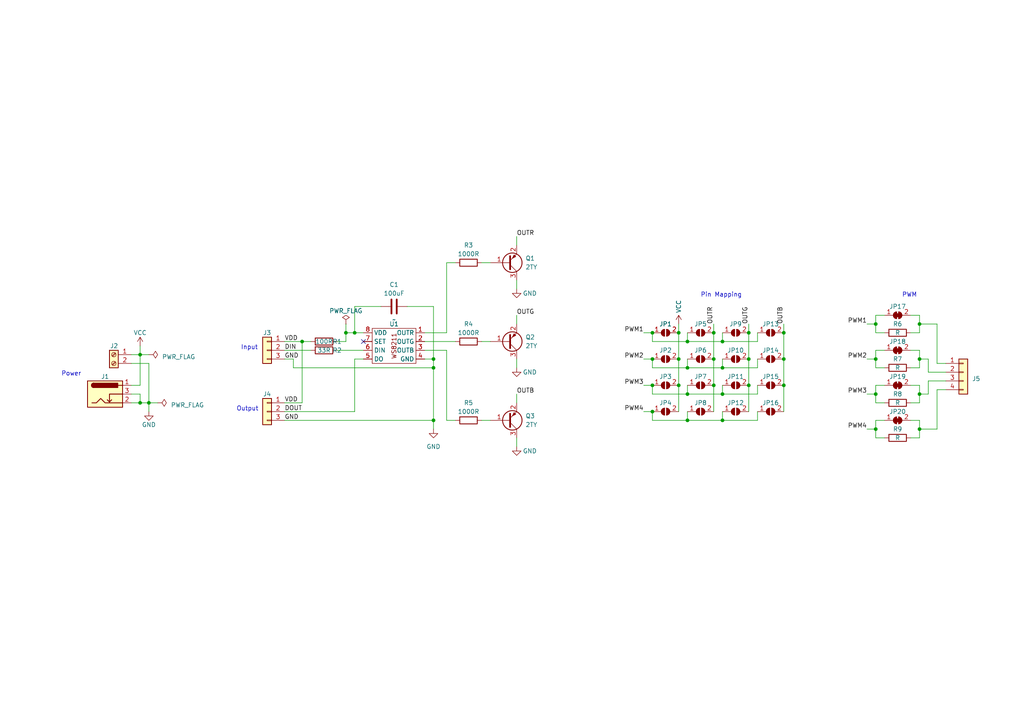
<source format=kicad_sch>
(kicad_sch (version 20221206) (generator eeschema)
  (paper "A4")
  (lib_symbols
    (symbol "Connector:Barrel_Jack_Switch" (pin_names hide)
      (property "Reference" "J" (at 0 5.334 0))
      (property "Value" "Barrel_Jack_Switch" (at 0 -5.08 0))
      (symbol "Barrel_Jack_Switch_0_1"
        (rectangle (start -5.08 3.81) (end 5.08 -3.81) (stroke (width 0.254)) (fill (type background)))
        (arc (start -3.302 3.175) (mid -3.9343 2.54) (end -3.302 1.905) (stroke (width 0.254)))
        (arc (start -3.302 3.175) (mid -3.9343 2.54) (end -3.302 1.905) (stroke (width 0.254)) (fill (type outline)))
        (polyline (pts (xy 1.27 -2.286) (xy 1.905 -1.651)) (stroke (width 0.254)))
        (polyline (pts (xy 5.08 2.54) (xy 3.81 2.54)) (stroke (width 0.254)))
        (polyline (pts (xy 5.08 0) (xy 1.27 0) (xy 1.27 -2.286) (xy 0.635 -1.651)) (stroke (width 0.254)))
        (polyline (pts (xy -3.81 -2.54) (xy -2.54 -2.54) (xy -1.27 -1.27) (xy 0 -2.54) (xy 2.54 -2.54) (xy 5.08 -2.54)) (stroke (width 0.254)))
        (rectangle (start 3.683 3.175) (end -3.302 1.905) (stroke (width 0.254)) (fill (type outline)))
      )
      (symbol "Barrel_Jack_Switch_1_1"
        (pin passive line (at 7.62 2.54 180) (length 2.54) (name "~") (number "1"))
        (pin passive line (at 7.62 -2.54 180) (length 2.54) (name "~") (number "2"))
        (pin passive line (at 7.62 0 180) (length 2.54) (name "~") (number "3"))
      )
    )
    (symbol "Connector:Screw_Terminal_01x02" (pin_names (offset 1.016) hide)
      (property "Reference" "J" (at 0 2.54 0))
      (property "Value" "Screw_Terminal_01x02" (at 0 -5.08 0))
      (symbol "Screw_Terminal_01x02_1_1"
        (rectangle (start -1.27 1.27) (end 1.27 -3.81) (stroke (width 0.254)) (fill (type background)))
        (circle (center 0 -2.54) (radius 0.635) (stroke (width 0.1524)))
        (polyline (pts (xy -0.5334 -2.2098) (xy 0.3302 -3.048)) (stroke (width 0.1524)))
        (polyline (pts (xy -0.5334 0.3302) (xy 0.3302 -0.508)) (stroke (width 0.1524)))
        (polyline (pts (xy -0.3556 -2.032) (xy 0.508 -2.8702)) (stroke (width 0.1524)))
        (polyline (pts (xy -0.3556 0.508) (xy 0.508 -0.3302)) (stroke (width 0.1524)))
        (circle (center 0 0) (radius 0.635) (stroke (width 0.1524)))
        (pin passive line (at -5.08 0 0) (length 3.81) (name "Pin_1") (number "1"))
        (pin passive line (at -5.08 -2.54 0) (length 3.81) (name "Pin_2") (number "2"))
      )
    )
    (symbol "Connector_Generic:Conn_01x03" (pin_names (offset 1.016) hide)
      (property "Reference" "J" (at 0 5.08 0))
      (property "Value" "Conn_01x03" (at 0 -5.08 0))
      (symbol "Conn_01x03_1_1"
        (rectangle (start -1.27 -2.413) (end 0 -2.667) (stroke (width 0.1524)))
        (rectangle (start -1.27 0.127) (end 0 -0.127) (stroke (width 0.1524)))
        (rectangle (start -1.27 2.667) (end 0 2.413) (stroke (width 0.1524)))
        (rectangle (start -1.27 3.81) (end 1.27 -3.81) (stroke (width 0.254)) (fill (type background)))
        (pin passive line (at -5.08 2.54 0) (length 3.81) (name "Pin_1") (number "1"))
        (pin passive line (at -5.08 0 0) (length 3.81) (name "Pin_2") (number "2"))
        (pin passive line (at -5.08 -2.54 0) (length 3.81) (name "Pin_3") (number "3"))
      )
    )
    (symbol "Connector_Generic:Conn_01x04" (pin_names (offset 1.016) hide)
      (property "Reference" "J" (at 0 5.08 0))
      (property "Value" "Conn_01x04" (at 0 -7.62 0))
      (symbol "Conn_01x04_1_1"
        (rectangle (start -1.27 -4.953) (end 0 -5.207) (stroke (width 0.1524)))
        (rectangle (start -1.27 -2.413) (end 0 -2.667) (stroke (width 0.1524)))
        (rectangle (start -1.27 0.127) (end 0 -0.127) (stroke (width 0.1524)))
        (rectangle (start -1.27 2.667) (end 0 2.413) (stroke (width 0.1524)))
        (rectangle (start -1.27 3.81) (end 1.27 -6.35) (stroke (width 0.254)) (fill (type background)))
        (pin passive line (at -5.08 2.54 0) (length 3.81) (name "Pin_1") (number "1"))
        (pin passive line (at -5.08 0 0) (length 3.81) (name "Pin_2") (number "2"))
        (pin passive line (at -5.08 -2.54 0) (length 3.81) (name "Pin_3") (number "3"))
        (pin passive line (at -5.08 -5.08 0) (length 3.81) (name "Pin_4") (number "4"))
      )
    )
    (symbol "Custom:2TY" (pin_names (offset 0) hide)
      (property "Reference" "Q3" (at 5.08 -0.635 0))
      (property "Value" "2TY" (at 5.08 1.905 0))
      (symbol "2TY_0_1"
        (polyline (pts (xy 0 0) (xy 0.635 0)))
        (polyline (pts (xy 2.54 -2.54) (xy 0.635 -0.635)))
        (polyline (pts (xy 2.54 2.54) (xy 0.635 0.635)))
        (polyline (pts (xy 0.635 1.905) (xy 0.635 -1.905) (xy 0.635 -1.905)) (stroke (width 0.508)) (fill (type outline)))
        (polyline (pts (xy 1.778 -2.286) (xy 2.286 -1.778) (xy 1.27 -1.27) (xy 1.778 -2.286) (xy 1.778 -2.286)) (fill (type outline)))
        (circle (center 1.27 0) (radius 2.8194) (stroke (width 0.254)))
      )
      (symbol "2TY_1_1"
        (pin input line (at -5.08 0 0) (length 5.08) (name "B") (number "1"))
        (pin passive line (at 2.54 -5.08 90) (length 2.54) (name "E") (number "2"))
        (pin passive line (at 2.54 5.08 270) (length 2.54) (name "C") (number "3"))
      )
    )
    (symbol "Custom:WS8211"
      (property "Reference" "U" (at 0 0 0))
      (symbol "WS8211_0_1"
        (rectangle (start -6.35 -2.54) (end 6.35 -12.7))
        (text "WS8211" (at 0 -7.62 900) (effects (font (size 1.27 1.27))))
      )
      (symbol "WS8211_1_1"
        (pin output line (at -8.89 -3.81 0) (length 2.54) (name "OUTR") (number "1"))
        (pin output line (at -8.89 -6.35 0) (length 2.54) (name "OUTG") (number "2"))
        (pin output line (at -8.89 -8.89 0) (length 2.54) (name "OUTB") (number "3"))
        (pin power_in line (at -8.89 -11.43 0) (length 2.54) (name "GND") (number "4"))
        (pin output line (at 8.89 -11.43 180) (length 2.54) (name "DO") (number "5"))
        (pin input line (at 8.89 -8.89 180) (length 2.54) (name "DIN") (number "6"))
        (pin input line (at 8.89 -6.35 180) (length 2.54) (name "SET") (number "7"))
        (pin power_in line (at 8.89 -3.81 180) (length 2.54) (name "VDD") (number "8"))
      )
    )
    (symbol "Device:C" (pin_numbers hide) (pin_names (offset 0.254))
      (property "Reference" "C" (at 0.635 2.54 0))
      (property "Value" "C" (at 0.635 -2.54 0))
      (symbol "C_0_1"
        (polyline (pts (xy -2.032 -0.762) (xy 2.032 -0.762)) (stroke (width 0.508)))
        (polyline (pts (xy -2.032 0.762) (xy 2.032 0.762)) (stroke (width 0.508)))
      )
      (symbol "C_1_1"
        (pin passive line (at 0 3.81 270) (length 2.794) (name "~") (number "1"))
        (pin passive line (at 0 -3.81 90) (length 2.794) (name "~") (number "2"))
      )
    )
    (symbol "Device:R" (pin_numbers hide) (pin_names (offset 0))
      (property "Reference" "R" (at 2.032 0 90))
      (property "Value" "R" (at 0 0 90))
      (symbol "R_0_1"
        (rectangle (start -1.016 -2.54) (end 1.016 2.54) (stroke (width 0.254)))
      )
      (symbol "R_1_1"
        (pin passive line (at 0 3.81 270) (length 1.27) (name "~") (number "1"))
        (pin passive line (at 0 -3.81 90) (length 1.27) (name "~") (number "2"))
      )
    )
    (symbol "Jumper:SolderJumper_2_Bridged" (pin_names (offset 0) hide)
      (property "Reference" "JP" (at 0 2.032 0))
      (property "Value" "SolderJumper_2_Bridged" (at 0 -2.54 0))
      (symbol "SolderJumper_2_Bridged_0_1"
        (rectangle (start -0.508 0.508) (end 0.508 -0.508) (fill (type outline)))
        (arc (start -0.254 1.016) (mid -1.2656 0) (end -0.254 -1.016))
        (arc (start -0.254 1.016) (mid -1.2656 0) (end -0.254 -1.016) (fill (type outline)))
        (polyline (pts (xy -0.254 1.016) (xy -0.254 -1.016)))
        (polyline (pts (xy 0.254 1.016) (xy 0.254 -1.016)))
        (arc (start 0.254 -1.016) (mid 1.2656 0) (end 0.254 1.016))
        (arc (start 0.254 -1.016) (mid 1.2656 0) (end 0.254 1.016) (fill (type outline)))
      )
      (symbol "SolderJumper_2_Bridged_1_1"
        (pin passive line (at -3.81 0 0) (length 2.54) (name "A") (number "1"))
        (pin passive line (at 3.81 0 180) (length 2.54) (name "B") (number "2"))
      )
    )
    (symbol "Jumper:SolderJumper_2_Open" (pin_names (offset 0) hide)
      (property "Reference" "JP" (at 0 2.032 0))
      (property "Value" "SolderJumper_2_Open" (at 0 -2.54 0))
      (symbol "SolderJumper_2_Open_0_1"
        (arc (start -0.254 1.016) (mid -1.2656 0) (end -0.254 -1.016))
        (arc (start -0.254 1.016) (mid -1.2656 0) (end -0.254 -1.016) (fill (type outline)))
        (polyline (pts (xy -0.254 1.016) (xy -0.254 -1.016)))
        (polyline (pts (xy 0.254 1.016) (xy 0.254 -1.016)))
        (arc (start 0.254 -1.016) (mid 1.2656 0) (end 0.254 1.016))
        (arc (start 0.254 -1.016) (mid 1.2656 0) (end 0.254 1.016) (fill (type outline)))
      )
      (symbol "SolderJumper_2_Open_1_1"
        (pin passive line (at -3.81 0 0) (length 2.54) (name "A") (number "1"))
        (pin passive line (at 3.81 0 180) (length 2.54) (name "B") (number "2"))
      )
    )
    (symbol "power:GND" (power) (pin_names (offset 0))
      (property "Value" "GND" (at 0 -3.81 0))
      (symbol "GND_0_1"
        (polyline (pts (xy 0 0) (xy 0 -1.27) (xy 1.27 -1.27) (xy 0 -2.54) (xy -1.27 -1.27) (xy 0 -1.27)))
      )
      (symbol "GND_1_1"
        (pin power_in line (at 0 0 270) (length 0) hide (name "GND") (number "1"))
      )
    )
    (symbol "power:PWR_FLAG" (power) (pin_numbers hide) (pin_names (offset 0) hide)
      (property "Value" "PWR_FLAG" (at 0 3.81 0))
      (symbol "PWR_FLAG_0_0"
        (pin power_out line (at 0 0 90) (length 0) (name "pwr") (number "1"))
      )
      (symbol "PWR_FLAG_0_1"
        (polyline (pts (xy 0 0) (xy 0 1.27) (xy -1.016 1.905) (xy 0 2.54) (xy 1.016 1.905) (xy 0 1.27)))
      )
    )
    (symbol "power:VCC" (power) (pin_names (offset 0))
      (property "Value" "VCC" (at 0 3.81 0))
      (symbol "VCC_0_1"
        (polyline (pts (xy -0.762 1.27) (xy 0 2.54)))
        (polyline (pts (xy 0 0) (xy 0 2.54)))
        (polyline (pts (xy 0 2.54) (xy 0.762 1.27)))
      )
      (symbol "VCC_1_1"
        (pin power_in line (at 0 0 90) (length 0) hide (name "VCC") (number "1"))
      )
    )
  )
  (junction (at 189.23 104.14))
  (junction (at 254 104.14))
  (junction (at 199.39 99.06))
  (junction (at 266.7 93.98))
  (junction (at 209.55 106.68))
  (junction (at 100.33 96.52))
  (junction (at 40.64 116.84))
  (junction (at 196.85 104.14))
  (junction (at 196.85 111.76))
  (junction (at 266.7 104.14))
  (junction (at 227.33 96.52))
  (junction (at 199.39 121.92))
  (junction (at 87.63 99.06))
  (junction (at 209.55 121.92))
  (junction (at 125.73 121.92))
  (junction (at 102.87 96.52))
  (junction (at 207.01 111.76))
  (junction (at 266.7 124.46))
  (junction (at 196.85 96.52))
  (junction (at 217.17 104.14))
  (junction (at 207.01 96.52))
  (junction (at 199.39 106.68))
  (junction (at 125.73 104.14))
  (junction (at 254 93.98))
  (junction (at 217.17 96.52))
  (junction (at 125.73 106.68))
  (junction (at 254 114.3))
  (junction (at 227.33 111.76))
  (junction (at 254 124.46))
  (junction (at 227.33 104.14))
  (junction (at 209.55 114.3))
  (junction (at 199.39 114.3))
  (junction (at 40.64 102.87))
  (junction (at 189.23 96.52))
  (junction (at 207.01 104.14))
  (junction (at 217.17 111.76))
  (junction (at 189.23 119.38))
  (junction (at 266.7 114.3))
  (junction (at 189.23 111.76))
  (junction (at 209.55 99.06))
  (junction (at 43.18 116.84))
  (no_connect (at 105.41 99.06))
  (wire (pts (xy 100.33 99.06) (xy 100.33 96.52)))
  (wire (pts (xy 251.46 124.46) (xy 254 124.46)))
  (wire (pts (xy 196.85 96.52) (xy 196.85 104.14)))
  (wire (pts (xy 254 111.76) (xy 254 114.3)))
  (wire (pts (xy 199.39 119.38) (xy 199.39 121.92)))
  (wire (pts (xy 219.71 106.68) (xy 219.71 104.14)))
  (wire (pts (xy 125.73 104.14) (xy 123.19 104.14)))
  (wire (pts (xy 87.63 99.06) (xy 87.63 116.84)))
  (wire (pts (xy 125.73 124.46) (xy 125.73 121.92)))
  (wire (pts (xy 125.73 121.92) (xy 125.73 106.68)))
  (wire (pts (xy 90.17 101.6) (xy 82.55 101.6)))
  (wire (pts (xy 199.39 99.06) (xy 209.55 99.06)))
  (wire (pts (xy 43.18 102.87) (xy 40.64 102.87)))
  (wire (pts (xy 82.55 99.06) (xy 87.63 99.06)))
  (wire (pts (xy 87.63 116.84) (xy 82.55 116.84)))
  (wire (pts (xy 149.86 114.3) (xy 149.86 116.84)))
  (wire (pts (xy 217.17 96.52) (xy 217.17 104.14)))
  (wire (pts (xy 264.16 106.68) (xy 266.7 106.68)))
  (wire (pts (xy 87.63 99.06) (xy 90.17 99.06)))
  (wire (pts (xy 40.64 111.76) (xy 40.64 102.87)))
  (wire (pts (xy 189.23 114.3) (xy 199.39 114.3)))
  (wire (pts (xy 82.55 121.92) (xy 125.73 121.92)))
  (wire (pts (xy 264.16 101.6) (xy 266.7 101.6)))
  (wire (pts (xy 254 104.14) (xy 254 106.68)))
  (wire (pts (xy 196.85 111.76) (xy 196.85 119.38)))
  (wire (pts (xy 251.46 114.3) (xy 254 114.3)))
  (wire (pts (xy 264.16 121.92) (xy 266.7 121.92)))
  (wire (pts (xy 186.69 96.52) (xy 189.23 96.52)))
  (wire (pts (xy 139.7 99.06) (xy 142.24 99.06)))
  (wire (pts (xy 38.1 111.76) (xy 40.64 111.76)))
  (wire (pts (xy 45.72 116.84) (xy 43.18 116.84)))
  (wire (pts (xy 264.16 111.76) (xy 266.7 111.76)))
  (wire (pts (xy 254 121.92) (xy 254 124.46)))
  (wire (pts (xy 186.69 111.76) (xy 189.23 111.76)))
  (wire (pts (xy 266.7 124.46) (xy 266.7 121.92)))
  (wire (pts (xy 266.7 106.68) (xy 266.7 104.14)))
  (wire (pts (xy 254 96.52) (xy 256.54 96.52)))
  (wire (pts (xy 85.09 106.68) (xy 125.73 106.68)))
  (wire (pts (xy 207.01 111.76) (xy 207.01 119.38)))
  (wire (pts (xy 256.54 111.76) (xy 254 111.76)))
  (wire (pts (xy 256.54 121.92) (xy 254 121.92)))
  (wire (pts (xy 102.87 119.38) (xy 82.55 119.38)))
  (wire (pts (xy 189.23 121.92) (xy 199.39 121.92)))
  (wire (pts (xy 40.64 100.33) (xy 40.64 102.87)))
  (wire (pts (xy 264.16 127) (xy 266.7 127)))
  (wire (pts (xy 266.7 93.98) (xy 271.78 93.98)))
  (wire (pts (xy 125.73 88.9) (xy 125.73 104.14)))
  (wire (pts (xy 209.55 106.68) (xy 209.55 104.14)))
  (wire (pts (xy 251.46 93.98) (xy 254 93.98)))
  (wire (pts (xy 199.39 121.92) (xy 209.55 121.92)))
  (wire (pts (xy 40.64 102.87) (xy 38.1 102.87)))
  (wire (pts (xy 227.33 111.76) (xy 227.33 119.38)))
  (wire (pts (xy 269.24 104.14) (xy 269.24 107.95)))
  (wire (pts (xy 266.7 114.3) (xy 269.24 114.3)))
  (wire (pts (xy 219.71 99.06) (xy 219.71 96.52)))
  (wire (pts (xy 40.64 116.84) (xy 43.18 116.84)))
  (wire (pts (xy 105.41 104.14) (xy 102.87 104.14)))
  (wire (pts (xy 209.55 121.92) (xy 209.55 119.38)))
  (wire (pts (xy 110.49 88.9) (xy 102.87 88.9)))
  (wire (pts (xy 264.16 116.84) (xy 266.7 116.84)))
  (wire (pts (xy 149.86 127) (xy 149.86 129.54)))
  (wire (pts (xy 254 114.3) (xy 254 116.84)))
  (wire (pts (xy 186.69 119.38) (xy 189.23 119.38)))
  (wire (pts (xy 125.73 106.68) (xy 125.73 104.14)))
  (wire (pts (xy 254 116.84) (xy 256.54 116.84)))
  (wire (pts (xy 209.55 99.06) (xy 219.71 99.06)))
  (wire (pts (xy 123.19 101.6) (xy 129.54 101.6)))
  (wire (pts (xy 199.39 114.3) (xy 209.55 114.3)))
  (wire (pts (xy 129.54 96.52) (xy 129.54 76.2)))
  (wire (pts (xy 129.54 121.92) (xy 132.08 121.92)))
  (wire (pts (xy 207.01 104.14) (xy 207.01 111.76)))
  (wire (pts (xy 40.64 114.3) (xy 40.64 116.84)))
  (wire (pts (xy 266.7 93.98) (xy 266.7 91.44)))
  (wire (pts (xy 196.85 104.14) (xy 196.85 111.76)))
  (wire (pts (xy 264.16 91.44) (xy 266.7 91.44)))
  (wire (pts (xy 123.19 96.52) (xy 129.54 96.52)))
  (wire (pts (xy 38.1 114.3) (xy 40.64 114.3)))
  (wire (pts (xy 227.33 104.14) (xy 227.33 111.76)))
  (wire (pts (xy 149.86 91.44) (xy 149.86 93.98)))
  (wire (pts (xy 209.55 106.68) (xy 219.71 106.68)))
  (wire (pts (xy 149.86 68.58) (xy 149.86 71.12)))
  (wire (pts (xy 207.01 93.98) (xy 207.01 96.52)))
  (wire (pts (xy 254 106.68) (xy 256.54 106.68)))
  (wire (pts (xy 271.78 105.41) (xy 271.78 93.98)))
  (wire (pts (xy 82.55 104.14) (xy 85.09 104.14)))
  (wire (pts (xy 189.23 104.14) (xy 189.23 106.68)))
  (wire (pts (xy 199.39 99.06) (xy 199.39 96.52)))
  (wire (pts (xy 209.55 121.92) (xy 219.71 121.92)))
  (wire (pts (xy 256.54 91.44) (xy 254 91.44)))
  (wire (pts (xy 43.18 105.41) (xy 43.18 116.84)))
  (wire (pts (xy 254 124.46) (xy 254 127)))
  (wire (pts (xy 254 101.6) (xy 254 104.14)))
  (wire (pts (xy 102.87 88.9) (xy 102.87 96.52)))
  (wire (pts (xy 274.32 110.49) (xy 269.24 110.49)))
  (wire (pts (xy 189.23 96.52) (xy 189.23 99.06)))
  (wire (pts (xy 100.33 93.98) (xy 100.33 96.52)))
  (wire (pts (xy 102.87 104.14) (xy 102.87 119.38)))
  (wire (pts (xy 209.55 114.3) (xy 219.71 114.3)))
  (wire (pts (xy 217.17 104.14) (xy 217.17 111.76)))
  (wire (pts (xy 209.55 99.06) (xy 209.55 96.52)))
  (wire (pts (xy 266.7 104.14) (xy 269.24 104.14)))
  (wire (pts (xy 274.32 107.95) (xy 269.24 107.95)))
  (wire (pts (xy 251.46 104.14) (xy 254 104.14)))
  (wire (pts (xy 85.09 104.14) (xy 85.09 106.68)))
  (wire (pts (xy 38.1 116.84) (xy 40.64 116.84)))
  (wire (pts (xy 217.17 111.76) (xy 217.17 119.38)))
  (wire (pts (xy 254 91.44) (xy 254 93.98)))
  (wire (pts (xy 256.54 101.6) (xy 254 101.6)))
  (wire (pts (xy 38.1 105.41) (xy 43.18 105.41)))
  (wire (pts (xy 271.78 105.41) (xy 274.32 105.41)))
  (wire (pts (xy 266.7 124.46) (xy 271.78 124.46)))
  (wire (pts (xy 266.7 114.3) (xy 266.7 111.76)))
  (wire (pts (xy 266.7 96.52) (xy 266.7 93.98)))
  (wire (pts (xy 254 93.98) (xy 254 96.52)))
  (wire (pts (xy 217.17 93.98) (xy 217.17 96.52)))
  (wire (pts (xy 219.71 121.92) (xy 219.71 119.38)))
  (wire (pts (xy 149.86 104.14) (xy 149.86 106.68)))
  (wire (pts (xy 118.11 88.9) (xy 125.73 88.9)))
  (wire (pts (xy 129.54 101.6) (xy 129.54 121.92)))
  (wire (pts (xy 227.33 93.98) (xy 227.33 96.52)))
  (wire (pts (xy 100.33 96.52) (xy 102.87 96.52)))
  (wire (pts (xy 219.71 114.3) (xy 219.71 111.76)))
  (wire (pts (xy 189.23 106.68) (xy 199.39 106.68)))
  (wire (pts (xy 149.86 81.28) (xy 149.86 83.82)))
  (wire (pts (xy 186.69 104.14) (xy 189.23 104.14)))
  (wire (pts (xy 271.78 113.03) (xy 274.32 113.03)))
  (wire (pts (xy 189.23 119.38) (xy 189.23 121.92)))
  (wire (pts (xy 123.19 99.06) (xy 132.08 99.06)))
  (wire (pts (xy 199.39 106.68) (xy 199.39 104.14)))
  (wire (pts (xy 100.33 99.06) (xy 97.79 99.06)))
  (wire (pts (xy 199.39 114.3) (xy 199.39 111.76)))
  (wire (pts (xy 189.23 111.76) (xy 189.23 114.3)))
  (wire (pts (xy 266.7 116.84) (xy 266.7 114.3)))
  (wire (pts (xy 269.24 110.49) (xy 269.24 114.3)))
  (wire (pts (xy 196.85 93.98) (xy 196.85 96.52)))
  (wire (pts (xy 207.01 96.52) (xy 207.01 104.14)))
  (wire (pts (xy 129.54 76.2) (xy 132.08 76.2)))
  (wire (pts (xy 266.7 104.14) (xy 266.7 101.6)))
  (wire (pts (xy 189.23 99.06) (xy 199.39 99.06)))
  (wire (pts (xy 199.39 106.68) (xy 209.55 106.68)))
  (wire (pts (xy 266.7 127) (xy 266.7 124.46)))
  (wire (pts (xy 102.87 96.52) (xy 105.41 96.52)))
  (wire (pts (xy 264.16 96.52) (xy 266.7 96.52)))
  (wire (pts (xy 227.33 96.52) (xy 227.33 104.14)))
  (wire (pts (xy 97.79 101.6) (xy 105.41 101.6)))
  (wire (pts (xy 209.55 114.3) (xy 209.55 111.76)))
  (wire (pts (xy 43.18 119.38) (xy 43.18 116.84)))
  (wire (pts (xy 139.7 76.2) (xy 142.24 76.2)))
  (wire (pts (xy 139.7 121.92) (xy 142.24 121.92)))
  (wire (pts (xy 271.78 113.03) (xy 271.78 124.46)))
  (wire (pts (xy 254 127) (xy 256.54 127)))
  (text "Output" (at 68.58 119.38 0) (effects (font (size 1.27 1.27)) (justify left bottom)))
  (text "Input" (at 69.85 101.6 0) (effects (font (size 1.27 1.27)) (justify left bottom)))
  (text "Power" (at 17.78 109.22 0) (effects (font (size 1.27 1.27)) (justify left bottom)))
  (text "PWM" (at 261.62 86.36 0) (effects (font (size 1.27 1.27)) (justify left bottom)))
  (text "Pin Mapping" (at 203.2 86.36 0) (effects (font (size 1.27 1.27)) (justify left bottom)))
  (label "GND" (at 82.55 104.14 0))
  (label "OUTB" (at 149.86 114.3 0))
  (label "PWM3" (at 186.69 111.76 180))
  (label "OUTR" (at 149.86 68.58 0))
  (label "OUTG" (at 217.17 93.98 90))
  (label "DOUT" (at 82.55 119.38 0))
  (label "PWM2" (at 186.69 104.14 180))
  (label "PWM2" (at 251.46 104.14 180))
  (label "PWM1" (at 186.69 96.52 180))
  (label "OUTG" (at 149.86 91.44 0))
  (label "PWM4" (at 251.46 124.46 180))
  (label "OUTR" (at 207.01 93.98 90))
  (label "GND" (at 82.55 121.92 0))
  (label "VDD" (at 82.55 99.06 0))
  (label "DIN" (at 82.55 101.6 0))
  (label "OUTB" (at 227.33 93.98 90))
  (label "VDD" (at 82.55 116.84 0))
  (label "PWM1" (at 251.46 93.98 180))
  (label "PWM4" (at 186.69 119.38 180))
  (label "PWM3" (at 251.46 114.3 180))
  (symbol (lib_id "Jumper:SolderJumper_2_Open") (at 213.36 111.76 0) (unit 1)
    (property "Reference" "JP11" (at 213.36 109.22 0))
    (property "Value" "SolderJumper_2_Open" (effects hide))
    (property "Footprint" "Jumper:SolderJumper-2_P1.3mm_Open_RoundedPad1.0x1.5mm" (effects hide))
  )
  (symbol (lib_id "power:GND") (at 43.18 119.38 0) (unit 1)
    (property "Reference" "#PWR01" (effects hide))
    (property "Value" "GND" (at 43.18 123.19 0))
  )
  (symbol (lib_id "Connector_Generic:Conn_01x04") (at 279.4 107.95 0) (unit 1)
    (property "Reference" "J5" (at 281.94 109.855 0) (effects (justify left)))
    (property "Value" "Conn_01x04" (effects hide))
    (property "Footprint" "Connector_PinHeader_2.54mm:PinHeader_1x04_P2.54mm_Vertical" (effects hide))
  )
  (symbol (lib_id "Jumper:SolderJumper_2_Open") (at 193.04 104.14 0) (unit 1)
    (property "Reference" "JP2" (at 193.04 101.6 0))
    (property "Value" "SolderJumper_2_Open" (effects hide))
    (property "Footprint" "Jumper:SolderJumper-2_P1.3mm_Open_RoundedPad1.0x1.5mm" (effects hide))
  )
  (symbol (lib_id "power:PWR_FLAG") (at 45.72 116.84 270) (unit 1)
    (property "Reference" "#FLG02" (effects hide))
    (property "Value" "PWR_FLAG" (at 49.53 117.475 90) (effects (justify left)))
  )
  (symbol (lib_id "power:GND") (at 149.86 129.54 0) (unit 1)
    (property "Reference" "#PWR05" (effects hide))
    (property "Value" "GND" (at 153.67 130.81 0))
  )
  (symbol (lib_id "Jumper:SolderJumper_2_Bridged") (at 260.35 91.44 0) (unit 1)
    (property "Reference" "JP17" (at 260.35 88.9 0))
    (property "Value" "SolderJumper_2_Bridged" (effects hide))
    (property "Footprint" "Jumper:SolderJumper-2_P1.3mm_Bridged_RoundedPad1.0x1.5mm" (effects hide))
  )
  (symbol (lib_id "Jumper:SolderJumper_2_Bridged") (at 260.35 111.76 0) (unit 1)
    (property "Reference" "JP19" (at 260.35 109.22 0))
    (property "Value" "SolderJumper_2_Bridged" (effects hide))
    (property "Footprint" "Jumper:SolderJumper-2_P1.3mm_Bridged_RoundedPad1.0x1.5mm" (effects hide))
  )
  (symbol (lib_id "Jumper:SolderJumper_2_Open") (at 213.36 119.38 0) (unit 1)
    (property "Reference" "JP12" (at 213.36 116.84 0))
    (property "Value" "SolderJumper_2_Open" (effects hide))
    (property "Footprint" "Jumper:SolderJumper-2_P1.3mm_Open_RoundedPad1.0x1.5mm" (effects hide))
  )
  (symbol (lib_id "power:VCC") (at 196.85 93.98 0) (unit 1)
    (property "Reference" "#PWR03" (effects hide))
    (property "Value" "VCC" (at 196.85 88.9 90))
  )
  (symbol (lib_id "Device:R") (at 260.35 127 90) (unit 1)
    (property "Reference" "R9" (at 260.35 124.46 90))
    (property "Value" "R" (at 260.35 127 90))
    (property "Footprint" "Resistor_SMD:R_1206_3216Metric_Pad1.30x1.75mm_HandSolder" (effects hide))
  )
  (symbol (lib_id "Custom:WS8211") (at 114.3 92.71 0) (mirror y) (unit 1)
    (property "Reference" "U1" (at 114.3 93.98 0))
    (property "Value" "~" (at 114.3 92.71 0))
    (property "Footprint" "Package_SO:SOP-8_3.9x4.9mm_P1.27mm" (effects hide))
  )
  (symbol (lib_id "power:GND") (at 125.73 124.46 0) (unit 1)
    (property "Reference" "#PWR04" (effects hide))
    (property "Value" "GND" (at 125.73 129.54 0))
  )
  (symbol (lib_id "Jumper:SolderJumper_2_Open") (at 223.52 111.76 0) (unit 1)
    (property "Reference" "JP15" (at 223.52 109.22 0))
    (property "Value" "SolderJumper_2_Open" (effects hide))
    (property "Footprint" "Jumper:SolderJumper-2_P1.3mm_Open_RoundedPad1.0x1.5mm" (effects hide))
  )
  (symbol (lib_id "Device:R") (at 260.35 106.68 90) (unit 1)
    (property "Reference" "R7" (at 260.35 104.14 90))
    (property "Value" "R" (at 260.35 106.68 90))
    (property "Footprint" "Resistor_SMD:R_1206_3216Metric_Pad1.30x1.75mm_HandSolder" (effects hide))
  )
  (symbol (lib_id "Jumper:SolderJumper_2_Open") (at 193.04 96.52 0) (unit 1)
    (property "Reference" "JP1" (at 193.04 93.98 0))
    (property "Value" "SolderJumper_2_Open" (effects hide))
    (property "Footprint" "Jumper:SolderJumper-2_P1.3mm_Open_RoundedPad1.0x1.5mm" (effects hide))
  )
  (symbol (lib_id "Jumper:SolderJumper_2_Bridged") (at 260.35 101.6 0) (unit 1)
    (property "Reference" "JP18" (at 260.35 99.06 0))
    (property "Value" "SolderJumper_2_Bridged" (effects hide))
    (property "Footprint" "Jumper:SolderJumper-2_P1.3mm_Bridged_RoundedPad1.0x1.5mm" (effects hide))
  )
  (symbol (lib_id "Jumper:SolderJumper_2_Open") (at 223.52 96.52 0) (unit 1)
    (property "Reference" "JP13" (at 223.52 93.98 0))
    (property "Value" "SolderJumper_2_Open" (effects hide))
    (property "Footprint" "Jumper:SolderJumper-2_P1.3mm_Open_RoundedPad1.0x1.5mm" (effects hide))
  )
  (symbol (lib_id "power:GND") (at 149.86 83.82 0) (unit 1)
    (property "Reference" "#PWR07" (effects hide))
    (property "Value" "GND" (at 153.67 85.09 0))
  )
  (symbol (lib_id "Jumper:SolderJumper_2_Open") (at 203.2 96.52 0) (unit 1)
    (property "Reference" "JP5" (at 203.2 93.98 0))
    (property "Value" "SolderJumper_2_Open" (effects hide))
    (property "Footprint" "Jumper:SolderJumper-2_P1.3mm_Open_RoundedPad1.0x1.5mm" (effects hide))
  )
  (symbol (lib_id "Connector_Generic:Conn_01x03") (at 77.47 101.6 0) (mirror y) (unit 1)
    (property "Reference" "J3" (at 77.47 96.52 0))
    (property "Value" "Conn_01x03" (effects hide))
    (property "Footprint" "Connector_PinHeader_2.54mm:PinHeader_1x03_P2.54mm_Vertical" (effects hide))
  )
  (symbol (lib_id "Jumper:SolderJumper_2_Open") (at 203.2 104.14 0) (unit 1)
    (property "Reference" "JP6" (at 203.2 101.6 0))
    (property "Value" "SolderJumper_2_Open" (effects hide))
    (property "Footprint" "Jumper:SolderJumper-2_P1.3mm_Open_RoundedPad1.0x1.5mm" (effects hide))
  )
  (symbol (lib_id "Device:R") (at 135.89 99.06 90) (unit 1)
    (property "Reference" "R4" (at 135.89 93.98 90))
    (property "Value" "1000R" (at 135.89 96.52 90))
    (property "Footprint" "Resistor_SMD:R_1206_3216Metric_Pad1.30x1.75mm_HandSolder" (effects hide))
  )
  (symbol (lib_id "power:PWR_FLAG") (at 100.33 93.98 0) (unit 1)
    (property "Reference" "#FLG03" (effects hide))
    (property "Value" "PWR_FLAG" (at 100.33 90.17 0))
  )
  (symbol (lib_id "power:GND") (at 149.86 106.68 0) (unit 1)
    (property "Reference" "#PWR06" (effects hide))
    (property "Value" "GND" (at 153.67 107.95 0))
  )
  (symbol (lib_id "Device:R") (at 260.35 96.52 90) (unit 1)
    (property "Reference" "R6" (at 260.35 93.98 90))
    (property "Value" "R" (at 260.35 96.52 90))
    (property "Footprint" "Resistor_SMD:R_1206_3216Metric_Pad1.30x1.75mm_HandSolder" (effects hide))
  )
  (symbol (lib_id "Connector:Screw_Terminal_01x02") (at 33.02 102.87 0) (mirror y) (unit 1)
    (property "Reference" "J2" (at 34.29 100.33 0) (effects (justify left)))
    (property "Value" "Screw_Terminal_01x02" (effects hide))
    (property "Footprint" "TerminalBlock:TerminalBlock_bornier-2_P5.08mm" (effects hide))
  )
  (symbol (lib_id "Jumper:SolderJumper_2_Open") (at 213.36 96.52 0) (unit 1)
    (property "Reference" "JP9" (at 213.36 93.98 0))
    (property "Value" "SolderJumper_2_Open" (effects hide))
    (property "Footprint" "Jumper:SolderJumper-2_P1.3mm_Open_RoundedPad1.0x1.5mm" (effects hide))
  )
  (symbol (lib_id "Jumper:SolderJumper_2_Bridged") (at 260.35 121.92 0) (unit 1)
    (property "Reference" "JP20" (at 260.35 119.38 0))
    (property "Value" "SolderJumper_2_Bridged" (effects hide))
    (property "Footprint" "Jumper:SolderJumper-2_P1.3mm_Bridged_RoundedPad1.0x1.5mm" (effects hide))
  )
  (symbol (lib_id "Custom:2TY") (at 147.32 99.06 0) (mirror x) (unit 1)
    (property "Reference" "Q2" (at 152.4 97.79 0) (effects (justify left)))
    (property "Value" "2TY" (at 152.4 100.33 0) (effects (justify left)))
    (property "Footprint" "Package_TO_SOT_SMD:SOT-23" (effects hide))
    (property "Datasheet" "http://www.unisonic.com.tw/datasheet/S8550.pdf" (effects hide))
  )
  (symbol (lib_id "Device:R") (at 93.98 101.6 270) (mirror x) (unit 1)
    (property "Reference" "R2" (at 97.79 101.6 90))
    (property "Value" "33R" (at 93.98 101.6 90))
    (property "Footprint" "Resistor_SMD:R_1206_3216Metric_Pad1.30x1.75mm_HandSolder" (effects hide))
  )
  (symbol (lib_id "Connector:Barrel_Jack_Switch") (at 30.48 114.3 0) (unit 1)
    (property "Reference" "J1" (at 30.48 109.22 0))
    (property "Value" "Barrel_Jack_Switch" (effects hide))
    (property "Footprint" "Connector_BarrelJack:BarrelJack_Horizontal" (effects hide))
  )
  (symbol (lib_id "Connector_Generic:Conn_01x03") (at 77.47 119.38 0) (mirror y) (unit 1)
    (property "Reference" "J4" (at 77.47 114.3 0))
    (property "Value" "Conn_01x03" (effects hide))
    (property "Footprint" "Connector_PinHeader_2.54mm:PinHeader_1x03_P2.54mm_Vertical" (effects hide))
  )
  (symbol (lib_id "Jumper:SolderJumper_2_Open") (at 213.36 104.14 0) (unit 1)
    (property "Reference" "JP10" (at 213.36 101.6 0))
    (property "Value" "SolderJumper_2_Open" (effects hide))
    (property "Footprint" "Jumper:SolderJumper-2_P1.3mm_Open_RoundedPad1.0x1.5mm" (effects hide))
  )
  (symbol (lib_id "Jumper:SolderJumper_2_Open") (at 223.52 119.38 0) (unit 1)
    (property "Reference" "JP16" (at 223.52 116.84 0))
    (property "Value" "SolderJumper_2_Open" (effects hide))
    (property "Footprint" "Jumper:SolderJumper-2_P1.3mm_Open_RoundedPad1.0x1.5mm" (effects hide))
  )
  (symbol (lib_id "Device:R") (at 93.98 99.06 270) (mirror x) (unit 1)
    (property "Reference" "R1" (at 97.79 99.06 90))
    (property "Value" "100R" (at 93.98 99.06 90))
    (property "Footprint" "Resistor_SMD:R_1206_3216Metric_Pad1.30x1.75mm_HandSolder" (effects hide))
  )
  (symbol (lib_id "Jumper:SolderJumper_2_Open") (at 193.04 119.38 0) (unit 1)
    (property "Reference" "JP4" (at 193.04 116.84 0))
    (property "Value" "SolderJumper_2_Open" (effects hide))
    (property "Footprint" "Jumper:SolderJumper-2_P1.3mm_Open_RoundedPad1.0x1.5mm" (effects hide))
  )
  (symbol (lib_id "power:PWR_FLAG") (at 43.18 102.87 270) (unit 1)
    (property "Reference" "#FLG01" (effects hide))
    (property "Value" "PWR_FLAG" (at 46.99 103.505 90) (effects (justify left)))
  )
  (symbol (lib_id "Jumper:SolderJumper_2_Open") (at 223.52 104.14 0) (unit 1)
    (property "Reference" "JP14" (at 223.52 101.6 0))
    (property "Value" "SolderJumper_2_Open" (effects hide))
    (property "Footprint" "Jumper:SolderJumper-2_P1.3mm_Open_RoundedPad1.0x1.5mm" (effects hide))
  )
  (symbol (lib_id "Device:R") (at 260.35 116.84 90) (unit 1)
    (property "Reference" "R8" (at 260.35 114.3 90))
    (property "Value" "R" (at 260.35 116.84 90))
    (property "Footprint" "Resistor_SMD:R_1206_3216Metric_Pad1.30x1.75mm_HandSolder" (effects hide))
  )
  (symbol (lib_id "power:VCC") (at 40.64 100.33 0) (unit 1)
    (property "Reference" "#PWR02" (effects hide))
    (property "Value" "VCC" (at 40.64 96.52 0))
  )
  (symbol (lib_id "Jumper:SolderJumper_2_Open") (at 203.2 111.76 0) (unit 1)
    (property "Reference" "JP7" (at 203.2 109.22 0))
    (property "Value" "SolderJumper_2_Open" (effects hide))
    (property "Footprint" "Jumper:SolderJumper-2_P1.3mm_Open_RoundedPad1.0x1.5mm" (effects hide))
  )
  (symbol (lib_id "Jumper:SolderJumper_2_Open") (at 193.04 111.76 0) (unit 1)
    (property "Reference" "JP3" (at 193.04 109.22 0))
    (property "Value" "SolderJumper_2_Open" (effects hide))
    (property "Footprint" "Jumper:SolderJumper-2_P1.3mm_Open_RoundedPad1.0x1.5mm" (effects hide))
  )
  (symbol (lib_id "Jumper:SolderJumper_2_Open") (at 203.2 119.38 0) (unit 1)
    (property "Reference" "JP8" (at 203.2 116.84 0))
    (property "Value" "SolderJumper_2_Open" (effects hide))
    (property "Footprint" "Jumper:SolderJumper-2_P1.3mm_Open_RoundedPad1.0x1.5mm" (effects hide))
  )
  (symbol (lib_id "Device:C") (at 114.3 88.9 90) (unit 1)
    (property "Reference" "C1" (at 114.3 82.55 90))
    (property "Value" "100uF" (at 114.3 85.09 90))
    (property "Footprint" "Capacitor_THT:CP_Radial_D7.5mm_P2.50mm" (effects hide))
  )
  (symbol (lib_id "Device:R") (at 135.89 121.92 90) (unit 1)
    (property "Reference" "R5" (at 135.89 116.84 90))
    (property "Value" "1000R" (at 135.89 119.38 90))
    (property "Footprint" "Resistor_SMD:R_1206_3216Metric_Pad1.30x1.75mm_HandSolder" (effects hide))
  )
  (symbol (lib_id "Device:R") (at 135.89 76.2 90) (unit 1)
    (property "Reference" "R3" (at 135.89 71.12 90))
    (property "Value" "1000R" (at 135.89 73.66 90))
    (property "Footprint" "Resistor_SMD:R_1206_3216Metric_Pad1.30x1.75mm_HandSolder" (effects hide))
  )
  (symbol (lib_id "Custom:2TY") (at 147.32 76.2 0) (mirror x) (unit 1)
    (property "Reference" "Q1" (at 152.4 74.93 0) (effects (justify left)))
    (property "Value" "2TY" (at 152.4 77.47 0) (effects (justify left)))
    (property "Footprint" "Package_TO_SOT_SMD:SOT-23" (effects hide))
    (property "Datasheet" "http://www.unisonic.com.tw/datasheet/S8550.pdf" (effects hide))
  )
  (symbol (lib_id "Custom:2TY") (at 147.32 121.92 0) (mirror x) (unit 1)
    (property "Reference" "Q3" (at 152.4 120.65 0) (effects (justify left)))
    (property "Value" "2TY" (at 152.4 123.19 0) (effects (justify left)))
    (property "Footprint" "Package_TO_SOT_SMD:SOT-23" (effects hide))
  )
)
</source>
